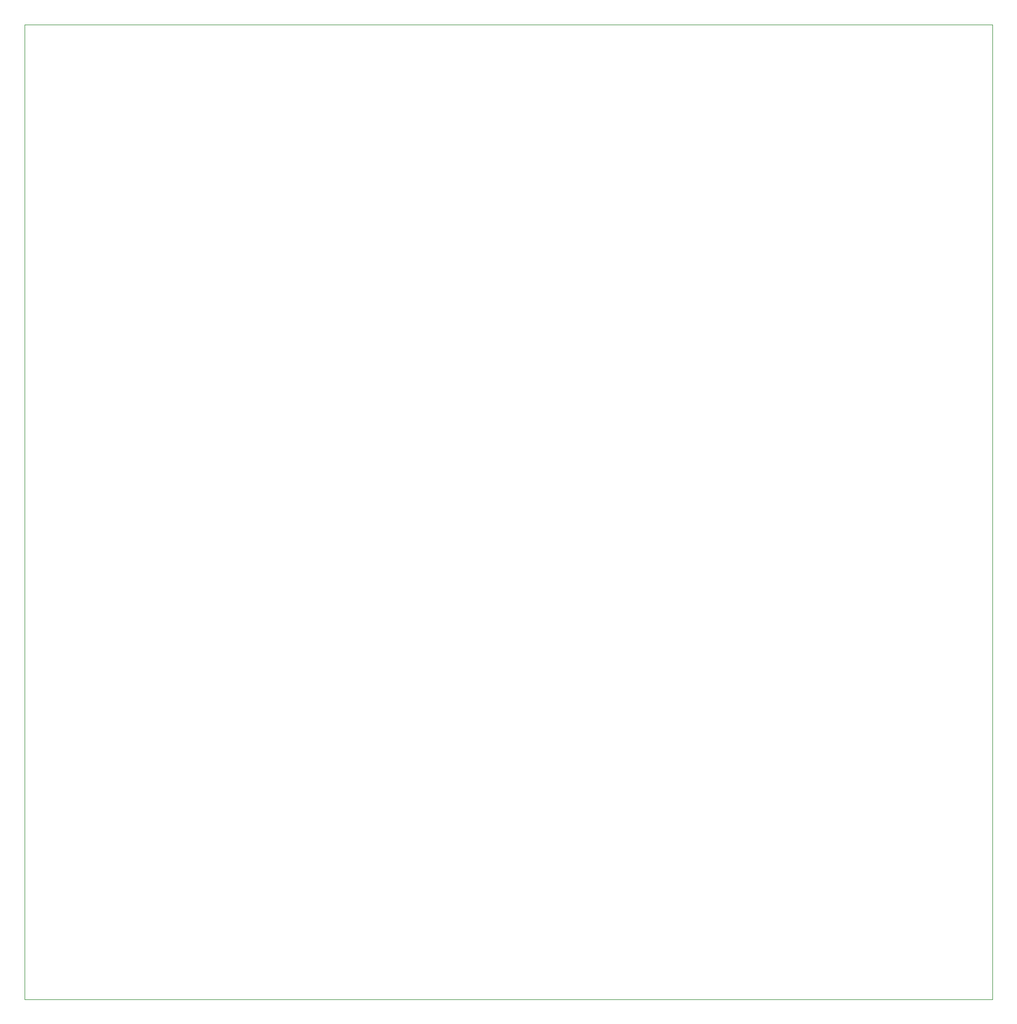
<source format=gbr>
%TF.GenerationSoftware,KiCad,Pcbnew,(6.0.1)*%
%TF.CreationDate,2026-02-13T09:13:14+05:30*%
%TF.ProjectId,bluetooth-daq-digital-submodule,626c7565-746f-46f7-9468-2d6461712d64,rev?*%
%TF.SameCoordinates,Original*%
%TF.FileFunction,Profile,NP*%
%FSLAX46Y46*%
G04 Gerber Fmt 4.6, Leading zero omitted, Abs format (unit mm)*
G04 Created by KiCad (PCBNEW (6.0.1)) date 2026-02-13 09:13:14*
%MOMM*%
%LPD*%
G01*
G04 APERTURE LIST*
%TA.AperFunction,Profile*%
%ADD10C,0.100000*%
%TD*%
G04 APERTURE END LIST*
D10*
X81407000Y-70866000D02*
X231394000Y-70866000D01*
X231394000Y-70866000D02*
X231394000Y-221742000D01*
X231394000Y-221742000D02*
X81407000Y-221742000D01*
X81407000Y-221742000D02*
X81407000Y-70866000D01*
M02*

</source>
